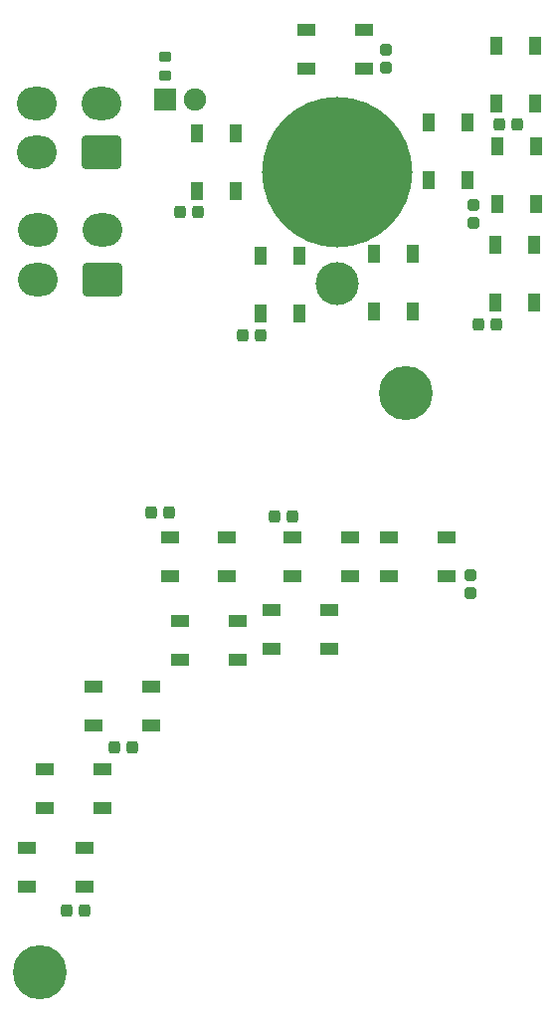
<source format=gbr>
%TF.GenerationSoftware,KiCad,Pcbnew,(6.0.9)*%
%TF.CreationDate,2023-04-01T15:16:26-08:00*%
%TF.ProjectId,OBOGS PANEL,4f424f47-5320-4504-914e-454c2e6b6963,3*%
%TF.SameCoordinates,Original*%
%TF.FileFunction,Soldermask,Top*%
%TF.FilePolarity,Negative*%
%FSLAX46Y46*%
G04 Gerber Fmt 4.6, Leading zero omitted, Abs format (unit mm)*
G04 Created by KiCad (PCBNEW (6.0.9)) date 2023-04-01 15:16:26*
%MOMM*%
%LPD*%
G01*
G04 APERTURE LIST*
G04 Aperture macros list*
%AMRoundRect*
0 Rectangle with rounded corners*
0 $1 Rounding radius*
0 $2 $3 $4 $5 $6 $7 $8 $9 X,Y pos of 4 corners*
0 Add a 4 corners polygon primitive as box body*
4,1,4,$2,$3,$4,$5,$6,$7,$8,$9,$2,$3,0*
0 Add four circle primitives for the rounded corners*
1,1,$1+$1,$2,$3*
1,1,$1+$1,$4,$5*
1,1,$1+$1,$6,$7*
1,1,$1+$1,$8,$9*
0 Add four rect primitives between the rounded corners*
20,1,$1+$1,$2,$3,$4,$5,0*
20,1,$1+$1,$4,$5,$6,$7,0*
20,1,$1+$1,$6,$7,$8,$9,0*
20,1,$1+$1,$8,$9,$2,$3,0*%
G04 Aperture macros list end*
%ADD10C,12.800000*%
%ADD11C,3.672000*%
%ADD12C,4.600000*%
%ADD13RoundRect,0.275000X-0.225000X-0.250000X0.225000X-0.250000X0.225000X0.250000X-0.225000X0.250000X0*%
%ADD14RoundRect,0.275000X0.250000X-0.225000X0.250000X0.225000X-0.250000X0.225000X-0.250000X-0.225000X0*%
%ADD15RoundRect,0.275000X0.225000X0.250000X-0.225000X0.250000X-0.225000X-0.250000X0.225000X-0.250000X0*%
%ADD16RoundRect,0.275000X-0.250000X0.225000X-0.250000X-0.225000X0.250000X-0.225000X0.250000X0.225000X0*%
%ADD17RoundRect,0.050000X-0.750000X-0.450000X0.750000X-0.450000X0.750000X0.450000X-0.750000X0.450000X0*%
%ADD18RoundRect,0.050000X-0.450000X0.750000X-0.450000X-0.750000X0.450000X-0.750000X0.450000X0.750000X0*%
%ADD19RoundRect,0.050000X0.750000X0.450000X-0.750000X0.450000X-0.750000X-0.450000X0.750000X-0.450000X0*%
%ADD20RoundRect,0.250000X0.275000X-0.200000X0.275000X0.200000X-0.275000X0.200000X-0.275000X-0.200000X0*%
%ADD21RoundRect,0.050000X-0.900000X-0.900000X0.900000X-0.900000X0.900000X0.900000X-0.900000X0.900000X0*%
%ADD22C,1.900000*%
%ADD23RoundRect,0.300001X1.399999X-1.099999X1.399999X1.099999X-1.399999X1.099999X-1.399999X-1.099999X0*%
%ADD24O,3.400000X2.800000*%
G04 APERTURE END LIST*
D10*
%TO.C,1*%
X190279157Y-55312067D03*
D11*
X190279157Y-64837067D03*
D10*
X190279157Y-55312067D03*
%TD*%
D12*
%TO.C,2*%
X196121157Y-74108067D03*
%TD*%
%TO.C,3*%
X165006157Y-123447567D03*
%TD*%
D13*
%TO.C,C2*%
X176885300Y-58747660D03*
X178435300Y-58747660D03*
%TD*%
D14*
%TO.C,C3*%
X201881740Y-59684920D03*
X201881740Y-58134920D03*
%TD*%
D15*
%TO.C,C4*%
X205636160Y-51315620D03*
X204086160Y-51315620D03*
%TD*%
D16*
%TO.C,C5*%
X194447160Y-44919900D03*
X194447160Y-46469900D03*
%TD*%
D14*
%TO.C,C6*%
X201602340Y-91201840D03*
X201602340Y-89651840D03*
%TD*%
D13*
%TO.C,C7*%
X184944720Y-84607400D03*
X186494720Y-84607400D03*
%TD*%
%TO.C,C8*%
X174464380Y-84322920D03*
X176014380Y-84322920D03*
%TD*%
%TO.C,C9*%
X171314780Y-104292400D03*
X172864780Y-104292400D03*
%TD*%
%TO.C,C10*%
X167268560Y-118188740D03*
X168818560Y-118188740D03*
%TD*%
D17*
%TO.C,D1*%
X187694000Y-43257200D03*
X187694000Y-46557200D03*
X192594000Y-46557200D03*
X192594000Y-43257200D03*
%TD*%
D18*
%TO.C,D2*%
X207162000Y-44602400D03*
X203862000Y-44602400D03*
X203862000Y-49502400D03*
X207162000Y-49502400D03*
%TD*%
%TO.C,D3*%
X181685000Y-52058400D03*
X178385000Y-52058400D03*
X178385000Y-56958400D03*
X181685000Y-56958400D03*
%TD*%
%TO.C,D4*%
X201396000Y-51144000D03*
X198096000Y-51144000D03*
X198096000Y-56044000D03*
X201396000Y-56044000D03*
%TD*%
%TO.C,D5*%
X207187000Y-53125200D03*
X203887000Y-53125200D03*
X203887000Y-58025200D03*
X207187000Y-58025200D03*
%TD*%
%TO.C,D6*%
X187045000Y-62433200D03*
X183745000Y-62433200D03*
X183745000Y-67333200D03*
X187045000Y-67333200D03*
%TD*%
%TO.C,D7*%
X196748000Y-62280800D03*
X193448000Y-62280800D03*
X193448000Y-67180800D03*
X196748000Y-67180800D03*
%TD*%
%TO.C,D8*%
X207085000Y-61558000D03*
X203785000Y-61558000D03*
X203785000Y-66458000D03*
X207085000Y-66458000D03*
%TD*%
D19*
%TO.C,D9*%
X180922000Y-89711600D03*
X180922000Y-86411600D03*
X176022000Y-86411600D03*
X176022000Y-89711600D03*
%TD*%
%TO.C,D10*%
X191387000Y-89711600D03*
X191387000Y-86411600D03*
X186487000Y-86411600D03*
X186487000Y-89711600D03*
%TD*%
D17*
%TO.C,D11*%
X194666000Y-86411600D03*
X194666000Y-89711600D03*
X199566000Y-89711600D03*
X199566000Y-86411600D03*
%TD*%
%TO.C,D13*%
X176936000Y-93574400D03*
X176936000Y-96874400D03*
X181836000Y-96874400D03*
X181836000Y-93574400D03*
%TD*%
%TO.C,D14*%
X169570000Y-99112000D03*
X169570000Y-102412000D03*
X174470000Y-102412000D03*
X174470000Y-99112000D03*
%TD*%
%TO.C,D15*%
X165382000Y-106173000D03*
X165382000Y-109473000D03*
X170282000Y-109473000D03*
X170282000Y-106173000D03*
%TD*%
%TO.C,D16*%
X163881000Y-112878000D03*
X163881000Y-116178000D03*
X168781000Y-116178000D03*
X168781000Y-112878000D03*
%TD*%
%TO.C,D12*%
X184709000Y-92609200D03*
X184709000Y-95909200D03*
X189609000Y-95909200D03*
X189609000Y-92609200D03*
%TD*%
D13*
%TO.C,C11*%
X182216660Y-69220080D03*
X183766660Y-69220080D03*
%TD*%
%TO.C,C12*%
X202272700Y-68267580D03*
X203822700Y-68267580D03*
%TD*%
D20*
%TO.C,R1*%
X175635920Y-47151560D03*
X175635920Y-45501560D03*
%TD*%
D21*
%TO.C,D17*%
X175613060Y-49209960D03*
D22*
X178153060Y-49209960D03*
%TD*%
D23*
%TO.C,J1*%
X170251120Y-53695600D03*
D24*
X170251120Y-49495600D03*
X164751120Y-53695600D03*
X164751120Y-49495600D03*
%TD*%
D23*
%TO.C,J2*%
X170266360Y-64475360D03*
D24*
X170266360Y-60275360D03*
X164766360Y-64475360D03*
X164766360Y-60275360D03*
%TD*%
M02*

</source>
